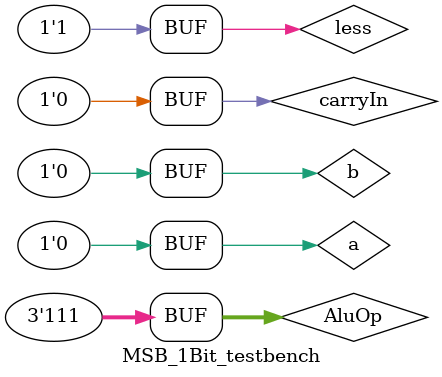
<source format=v>
`define DELAY 20
module MSB_1Bit_testbench(); 
reg a, b, carryIn,less;
reg [2:0] AluOp;
wire outputAlu, carryOut,V,set;

MSB_1BitAlu msb (carryOut,outputAlu,V,set,a,b,carryIn,less,AluOp);

initial begin
a = 1'b1; b = 1'b1; carryIn = 1'b0; less=1'b0; AluOp[2]=1'b0; AluOp[1]=1'b0; AluOp[0]=1'b0;
#`DELAY;
a = 1'b0; b = 1'b1; carryIn = 1'b1; less=1'b0; AluOp[2]=1'b0; AluOp[1]=1'b0; AluOp[0]=1'b1;
#`DELAY;
a = 1'b1; b = 1'b1; carryIn = 1'b1; less=1'b0; AluOp[2]=1'b0; AluOp[1]=1'b1; AluOp[0]=1'b0;
#`DELAY;
a = 1'b1; b = 1'b0; carryIn = 1'b0; less=1'b0; AluOp[2]=1'b1; AluOp[1]=1'b1; AluOp[0]=1'b0;
#`DELAY;
a = 1'b0; b = 1'b0; carryIn = 1'b0; less=1'b1; AluOp[2]=1'b1; AluOp[1]=1'b1; AluOp[0]=1'b1;

end
 
 
initial
begin
$monitor(" AluOp=%1b%1b%1b , a =%1b, b=%1b, carryIn=%1b, less=%1b,  V=%1b, Set=%1b,carryOut=%1b outputAlu=%1b,", AluOp[2],AluOp[1],AluOp[0] ,a, b, carryIn, less,V,set,carryOut, outputAlu);
end
 
endmodule
</source>
